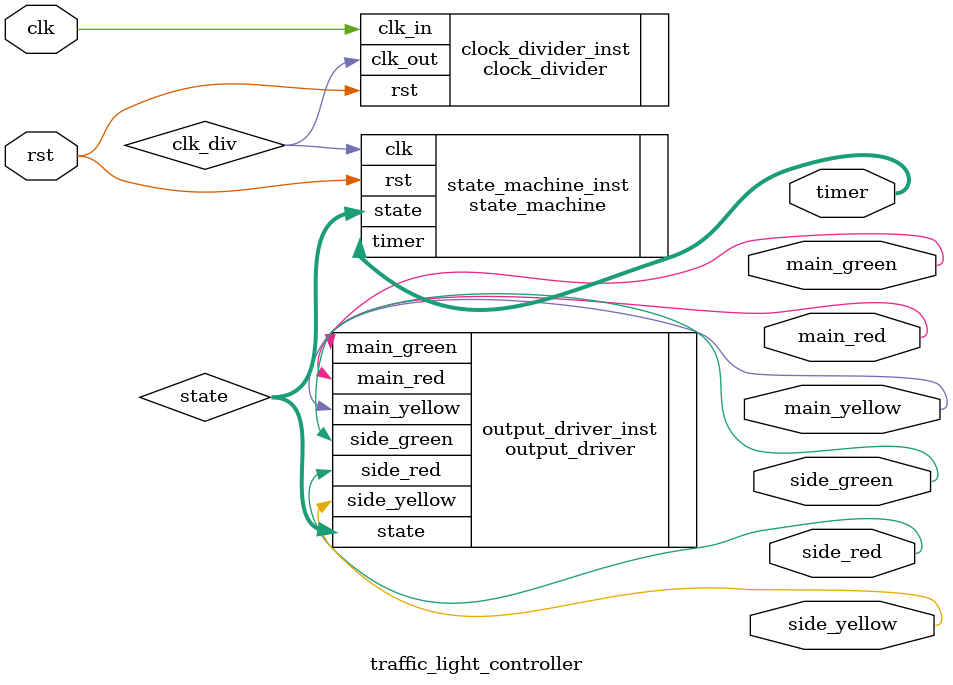
<source format=sv>

module traffic_light_controller(
    input logic clk,          // System clock
    input logic rst,          // Reset signal
    output logic main_red,    // Main road red light
    output logic main_yellow, // Main road yellow light
    output logic main_green,  // Main road green light
    output logic side_red,    // Side road red light
    output logic side_yellow, // Side road yellow light
    output logic side_green,  // Side road green light
    output logic [5:0] timer  // Timer output for debugging/monitoring
    );
    
    logic clk_div;            // Divided clock signal
    logic [1:0] state;        // Current state signal from the state machine
    // Parameter to set the division factor (e.g., divide by 50,000,000 for 1Hz from 50MHz clock)
    parameter DIV_FACTOR = 10; // Adjust as per your system clock frequency

clock_divider #(.DIV_FACTOR(DIV_FACTOR)) clock_divider_inst( 
    .clk_in(clk),     // Input system clock
    .rst(rst),        // Reset signal
    .clk_out(clk_div)     // Output divided clock
);

state_machine state_machine_inst(
    .clk(clk_div),
    .rst(rst),
    .state(state),
    .timer(timer)
);
    
output_driver output_driver_inst (
        .state(state),       // Current state input
        .main_red(main_red), // Main road red light
        .main_yellow(main_yellow), // Main road yellow light
        .main_green(main_green),   // Main road green light
        .side_red(side_red),       // Side road red light
        .side_yellow(side_yellow), // Side road yellow light
        .side_green(side_green)    // Side road green light
    );

endmodule

</source>
